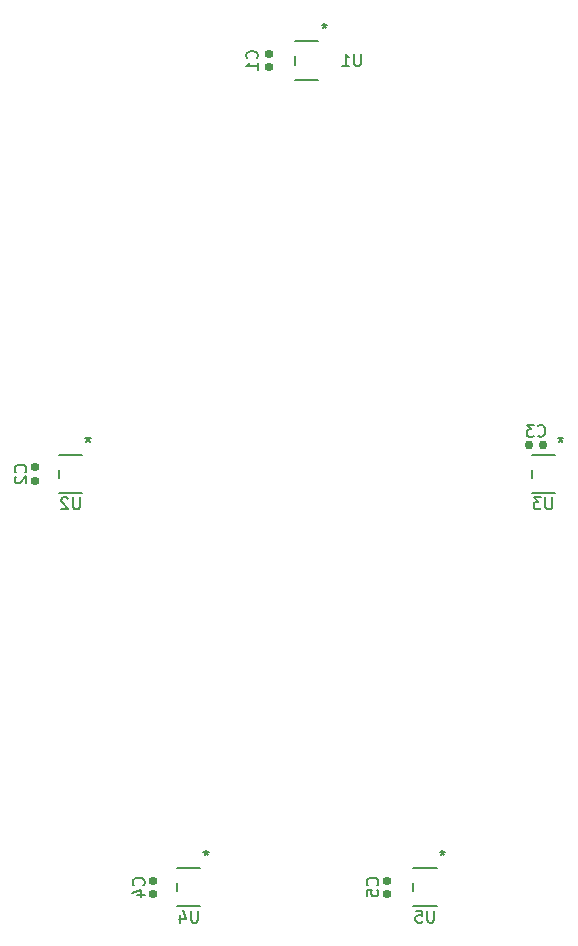
<source format=gbo>
G04 #@! TF.GenerationSoftware,KiCad,Pcbnew,7.0.7*
G04 #@! TF.CreationDate,2024-10-25T09:44:25+02:00*
G04 #@! TF.ProjectId,Benhui_Tongue,42656e68-7569-45f5-946f-6e6775652e6b,rev?*
G04 #@! TF.SameCoordinates,Original*
G04 #@! TF.FileFunction,Legend,Bot*
G04 #@! TF.FilePolarity,Positive*
%FSLAX46Y46*%
G04 Gerber Fmt 4.6, Leading zero omitted, Abs format (unit mm)*
G04 Created by KiCad (PCBNEW 7.0.7) date 2024-10-25 09:44:25*
%MOMM*%
%LPD*%
G01*
G04 APERTURE LIST*
G04 Aperture macros list*
%AMRoundRect*
0 Rectangle with rounded corners*
0 $1 Rounding radius*
0 $2 $3 $4 $5 $6 $7 $8 $9 X,Y pos of 4 corners*
0 Add a 4 corners polygon primitive as box body*
4,1,4,$2,$3,$4,$5,$6,$7,$8,$9,$2,$3,0*
0 Add four circle primitives for the rounded corners*
1,1,$1+$1,$2,$3*
1,1,$1+$1,$4,$5*
1,1,$1+$1,$6,$7*
1,1,$1+$1,$8,$9*
0 Add four rect primitives between the rounded corners*
20,1,$1+$1,$2,$3,$4,$5,0*
20,1,$1+$1,$4,$5,$6,$7,0*
20,1,$1+$1,$6,$7,$8,$9,0*
20,1,$1+$1,$8,$9,$2,$3,0*%
G04 Aperture macros list end*
%ADD10C,0.150000*%
%ADD11C,0.152400*%
%ADD12C,5.600000*%
%ADD13R,1.270000X0.508000*%
%ADD14RoundRect,0.155000X0.155000X-0.212500X0.155000X0.212500X-0.155000X0.212500X-0.155000X-0.212500X0*%
%ADD15RoundRect,0.155000X0.212500X0.155000X-0.212500X0.155000X-0.212500X-0.155000X0.212500X-0.155000X0*%
G04 APERTURE END LIST*
D10*
X109961904Y-101094819D02*
X109961904Y-101904342D01*
X109961904Y-101904342D02*
X109914285Y-101999580D01*
X109914285Y-101999580D02*
X109866666Y-102047200D01*
X109866666Y-102047200D02*
X109771428Y-102094819D01*
X109771428Y-102094819D02*
X109580952Y-102094819D01*
X109580952Y-102094819D02*
X109485714Y-102047200D01*
X109485714Y-102047200D02*
X109438095Y-101999580D01*
X109438095Y-101999580D02*
X109390476Y-101904342D01*
X109390476Y-101904342D02*
X109390476Y-101094819D01*
X108485714Y-101428152D02*
X108485714Y-102094819D01*
X108723809Y-101047200D02*
X108961904Y-101761485D01*
X108961904Y-101761485D02*
X108342857Y-101761485D01*
X110673199Y-95953819D02*
X110673199Y-96191914D01*
X110911294Y-96096676D02*
X110673199Y-96191914D01*
X110673199Y-96191914D02*
X110435104Y-96096676D01*
X110816056Y-96382390D02*
X110673199Y-96191914D01*
X110673199Y-96191914D02*
X110530342Y-96382390D01*
X125159580Y-98933333D02*
X125207200Y-98885714D01*
X125207200Y-98885714D02*
X125254819Y-98742857D01*
X125254819Y-98742857D02*
X125254819Y-98647619D01*
X125254819Y-98647619D02*
X125207200Y-98504762D01*
X125207200Y-98504762D02*
X125111961Y-98409524D01*
X125111961Y-98409524D02*
X125016723Y-98361905D01*
X125016723Y-98361905D02*
X124826247Y-98314286D01*
X124826247Y-98314286D02*
X124683390Y-98314286D01*
X124683390Y-98314286D02*
X124492914Y-98361905D01*
X124492914Y-98361905D02*
X124397676Y-98409524D01*
X124397676Y-98409524D02*
X124302438Y-98504762D01*
X124302438Y-98504762D02*
X124254819Y-98647619D01*
X124254819Y-98647619D02*
X124254819Y-98742857D01*
X124254819Y-98742857D02*
X124302438Y-98885714D01*
X124302438Y-98885714D02*
X124350057Y-98933333D01*
X124254819Y-99838095D02*
X124254819Y-99361905D01*
X124254819Y-99361905D02*
X124731009Y-99314286D01*
X124731009Y-99314286D02*
X124683390Y-99361905D01*
X124683390Y-99361905D02*
X124635771Y-99457143D01*
X124635771Y-99457143D02*
X124635771Y-99695238D01*
X124635771Y-99695238D02*
X124683390Y-99790476D01*
X124683390Y-99790476D02*
X124731009Y-99838095D01*
X124731009Y-99838095D02*
X124826247Y-99885714D01*
X124826247Y-99885714D02*
X125064342Y-99885714D01*
X125064342Y-99885714D02*
X125159580Y-99838095D01*
X125159580Y-99838095D02*
X125207200Y-99790476D01*
X125207200Y-99790476D02*
X125254819Y-99695238D01*
X125254819Y-99695238D02*
X125254819Y-99457143D01*
X125254819Y-99457143D02*
X125207200Y-99361905D01*
X125207200Y-99361905D02*
X125159580Y-99314286D01*
X123761904Y-28554819D02*
X123761904Y-29364342D01*
X123761904Y-29364342D02*
X123714285Y-29459580D01*
X123714285Y-29459580D02*
X123666666Y-29507200D01*
X123666666Y-29507200D02*
X123571428Y-29554819D01*
X123571428Y-29554819D02*
X123380952Y-29554819D01*
X123380952Y-29554819D02*
X123285714Y-29507200D01*
X123285714Y-29507200D02*
X123238095Y-29459580D01*
X123238095Y-29459580D02*
X123190476Y-29364342D01*
X123190476Y-29364342D02*
X123190476Y-28554819D01*
X122190476Y-29554819D02*
X122761904Y-29554819D01*
X122476190Y-29554819D02*
X122476190Y-28554819D01*
X122476190Y-28554819D02*
X122571428Y-28697676D01*
X122571428Y-28697676D02*
X122666666Y-28792914D01*
X122666666Y-28792914D02*
X122761904Y-28840533D01*
X120673199Y-25953819D02*
X120673199Y-26191914D01*
X120911294Y-26096676D02*
X120673199Y-26191914D01*
X120673199Y-26191914D02*
X120435104Y-26096676D01*
X120816056Y-26382390D02*
X120673199Y-26191914D01*
X120673199Y-26191914D02*
X120530342Y-26382390D01*
X99961904Y-66094819D02*
X99961904Y-66904342D01*
X99961904Y-66904342D02*
X99914285Y-66999580D01*
X99914285Y-66999580D02*
X99866666Y-67047200D01*
X99866666Y-67047200D02*
X99771428Y-67094819D01*
X99771428Y-67094819D02*
X99580952Y-67094819D01*
X99580952Y-67094819D02*
X99485714Y-67047200D01*
X99485714Y-67047200D02*
X99438095Y-66999580D01*
X99438095Y-66999580D02*
X99390476Y-66904342D01*
X99390476Y-66904342D02*
X99390476Y-66094819D01*
X98961904Y-66190057D02*
X98914285Y-66142438D01*
X98914285Y-66142438D02*
X98819047Y-66094819D01*
X98819047Y-66094819D02*
X98580952Y-66094819D01*
X98580952Y-66094819D02*
X98485714Y-66142438D01*
X98485714Y-66142438D02*
X98438095Y-66190057D01*
X98438095Y-66190057D02*
X98390476Y-66285295D01*
X98390476Y-66285295D02*
X98390476Y-66380533D01*
X98390476Y-66380533D02*
X98438095Y-66523390D01*
X98438095Y-66523390D02*
X99009523Y-67094819D01*
X99009523Y-67094819D02*
X98390476Y-67094819D01*
X100673199Y-60953819D02*
X100673199Y-61191914D01*
X100911294Y-61096676D02*
X100673199Y-61191914D01*
X100673199Y-61191914D02*
X100435104Y-61096676D01*
X100816056Y-61382390D02*
X100673199Y-61191914D01*
X100673199Y-61191914D02*
X100530342Y-61382390D01*
X114959580Y-28933333D02*
X115007200Y-28885714D01*
X115007200Y-28885714D02*
X115054819Y-28742857D01*
X115054819Y-28742857D02*
X115054819Y-28647619D01*
X115054819Y-28647619D02*
X115007200Y-28504762D01*
X115007200Y-28504762D02*
X114911961Y-28409524D01*
X114911961Y-28409524D02*
X114816723Y-28361905D01*
X114816723Y-28361905D02*
X114626247Y-28314286D01*
X114626247Y-28314286D02*
X114483390Y-28314286D01*
X114483390Y-28314286D02*
X114292914Y-28361905D01*
X114292914Y-28361905D02*
X114197676Y-28409524D01*
X114197676Y-28409524D02*
X114102438Y-28504762D01*
X114102438Y-28504762D02*
X114054819Y-28647619D01*
X114054819Y-28647619D02*
X114054819Y-28742857D01*
X114054819Y-28742857D02*
X114102438Y-28885714D01*
X114102438Y-28885714D02*
X114150057Y-28933333D01*
X115054819Y-29885714D02*
X115054819Y-29314286D01*
X115054819Y-29600000D02*
X114054819Y-29600000D01*
X114054819Y-29600000D02*
X114197676Y-29504762D01*
X114197676Y-29504762D02*
X114292914Y-29409524D01*
X114292914Y-29409524D02*
X114340533Y-29314286D01*
X129961904Y-101094819D02*
X129961904Y-101904342D01*
X129961904Y-101904342D02*
X129914285Y-101999580D01*
X129914285Y-101999580D02*
X129866666Y-102047200D01*
X129866666Y-102047200D02*
X129771428Y-102094819D01*
X129771428Y-102094819D02*
X129580952Y-102094819D01*
X129580952Y-102094819D02*
X129485714Y-102047200D01*
X129485714Y-102047200D02*
X129438095Y-101999580D01*
X129438095Y-101999580D02*
X129390476Y-101904342D01*
X129390476Y-101904342D02*
X129390476Y-101094819D01*
X128438095Y-101094819D02*
X128914285Y-101094819D01*
X128914285Y-101094819D02*
X128961904Y-101571009D01*
X128961904Y-101571009D02*
X128914285Y-101523390D01*
X128914285Y-101523390D02*
X128819047Y-101475771D01*
X128819047Y-101475771D02*
X128580952Y-101475771D01*
X128580952Y-101475771D02*
X128485714Y-101523390D01*
X128485714Y-101523390D02*
X128438095Y-101571009D01*
X128438095Y-101571009D02*
X128390476Y-101666247D01*
X128390476Y-101666247D02*
X128390476Y-101904342D01*
X128390476Y-101904342D02*
X128438095Y-101999580D01*
X128438095Y-101999580D02*
X128485714Y-102047200D01*
X128485714Y-102047200D02*
X128580952Y-102094819D01*
X128580952Y-102094819D02*
X128819047Y-102094819D01*
X128819047Y-102094819D02*
X128914285Y-102047200D01*
X128914285Y-102047200D02*
X128961904Y-101999580D01*
X130673199Y-95953819D02*
X130673199Y-96191914D01*
X130911294Y-96096676D02*
X130673199Y-96191914D01*
X130673199Y-96191914D02*
X130435104Y-96096676D01*
X130816056Y-96382390D02*
X130673199Y-96191914D01*
X130673199Y-96191914D02*
X130530342Y-96382390D01*
X139961904Y-66094819D02*
X139961904Y-66904342D01*
X139961904Y-66904342D02*
X139914285Y-66999580D01*
X139914285Y-66999580D02*
X139866666Y-67047200D01*
X139866666Y-67047200D02*
X139771428Y-67094819D01*
X139771428Y-67094819D02*
X139580952Y-67094819D01*
X139580952Y-67094819D02*
X139485714Y-67047200D01*
X139485714Y-67047200D02*
X139438095Y-66999580D01*
X139438095Y-66999580D02*
X139390476Y-66904342D01*
X139390476Y-66904342D02*
X139390476Y-66094819D01*
X139009523Y-66094819D02*
X138390476Y-66094819D01*
X138390476Y-66094819D02*
X138723809Y-66475771D01*
X138723809Y-66475771D02*
X138580952Y-66475771D01*
X138580952Y-66475771D02*
X138485714Y-66523390D01*
X138485714Y-66523390D02*
X138438095Y-66571009D01*
X138438095Y-66571009D02*
X138390476Y-66666247D01*
X138390476Y-66666247D02*
X138390476Y-66904342D01*
X138390476Y-66904342D02*
X138438095Y-66999580D01*
X138438095Y-66999580D02*
X138485714Y-67047200D01*
X138485714Y-67047200D02*
X138580952Y-67094819D01*
X138580952Y-67094819D02*
X138866666Y-67094819D01*
X138866666Y-67094819D02*
X138961904Y-67047200D01*
X138961904Y-67047200D02*
X139009523Y-66999580D01*
X140673199Y-60953819D02*
X140673199Y-61191914D01*
X140911294Y-61096676D02*
X140673199Y-61191914D01*
X140673199Y-61191914D02*
X140435104Y-61096676D01*
X140816056Y-61382390D02*
X140673199Y-61191914D01*
X140673199Y-61191914D02*
X140530342Y-61382390D01*
X138766666Y-60859580D02*
X138814285Y-60907200D01*
X138814285Y-60907200D02*
X138957142Y-60954819D01*
X138957142Y-60954819D02*
X139052380Y-60954819D01*
X139052380Y-60954819D02*
X139195237Y-60907200D01*
X139195237Y-60907200D02*
X139290475Y-60811961D01*
X139290475Y-60811961D02*
X139338094Y-60716723D01*
X139338094Y-60716723D02*
X139385713Y-60526247D01*
X139385713Y-60526247D02*
X139385713Y-60383390D01*
X139385713Y-60383390D02*
X139338094Y-60192914D01*
X139338094Y-60192914D02*
X139290475Y-60097676D01*
X139290475Y-60097676D02*
X139195237Y-60002438D01*
X139195237Y-60002438D02*
X139052380Y-59954819D01*
X139052380Y-59954819D02*
X138957142Y-59954819D01*
X138957142Y-59954819D02*
X138814285Y-60002438D01*
X138814285Y-60002438D02*
X138766666Y-60050057D01*
X138433332Y-59954819D02*
X137814285Y-59954819D01*
X137814285Y-59954819D02*
X138147618Y-60335771D01*
X138147618Y-60335771D02*
X138004761Y-60335771D01*
X138004761Y-60335771D02*
X137909523Y-60383390D01*
X137909523Y-60383390D02*
X137861904Y-60431009D01*
X137861904Y-60431009D02*
X137814285Y-60526247D01*
X137814285Y-60526247D02*
X137814285Y-60764342D01*
X137814285Y-60764342D02*
X137861904Y-60859580D01*
X137861904Y-60859580D02*
X137909523Y-60907200D01*
X137909523Y-60907200D02*
X138004761Y-60954819D01*
X138004761Y-60954819D02*
X138290475Y-60954819D01*
X138290475Y-60954819D02*
X138385713Y-60907200D01*
X138385713Y-60907200D02*
X138433332Y-60859580D01*
X95359580Y-63965833D02*
X95407200Y-63918214D01*
X95407200Y-63918214D02*
X95454819Y-63775357D01*
X95454819Y-63775357D02*
X95454819Y-63680119D01*
X95454819Y-63680119D02*
X95407200Y-63537262D01*
X95407200Y-63537262D02*
X95311961Y-63442024D01*
X95311961Y-63442024D02*
X95216723Y-63394405D01*
X95216723Y-63394405D02*
X95026247Y-63346786D01*
X95026247Y-63346786D02*
X94883390Y-63346786D01*
X94883390Y-63346786D02*
X94692914Y-63394405D01*
X94692914Y-63394405D02*
X94597676Y-63442024D01*
X94597676Y-63442024D02*
X94502438Y-63537262D01*
X94502438Y-63537262D02*
X94454819Y-63680119D01*
X94454819Y-63680119D02*
X94454819Y-63775357D01*
X94454819Y-63775357D02*
X94502438Y-63918214D01*
X94502438Y-63918214D02*
X94550057Y-63965833D01*
X94550057Y-64346786D02*
X94502438Y-64394405D01*
X94502438Y-64394405D02*
X94454819Y-64489643D01*
X94454819Y-64489643D02*
X94454819Y-64727738D01*
X94454819Y-64727738D02*
X94502438Y-64822976D01*
X94502438Y-64822976D02*
X94550057Y-64870595D01*
X94550057Y-64870595D02*
X94645295Y-64918214D01*
X94645295Y-64918214D02*
X94740533Y-64918214D01*
X94740533Y-64918214D02*
X94883390Y-64870595D01*
X94883390Y-64870595D02*
X95454819Y-64299167D01*
X95454819Y-64299167D02*
X95454819Y-64918214D01*
X105359580Y-98933333D02*
X105407200Y-98885714D01*
X105407200Y-98885714D02*
X105454819Y-98742857D01*
X105454819Y-98742857D02*
X105454819Y-98647619D01*
X105454819Y-98647619D02*
X105407200Y-98504762D01*
X105407200Y-98504762D02*
X105311961Y-98409524D01*
X105311961Y-98409524D02*
X105216723Y-98361905D01*
X105216723Y-98361905D02*
X105026247Y-98314286D01*
X105026247Y-98314286D02*
X104883390Y-98314286D01*
X104883390Y-98314286D02*
X104692914Y-98361905D01*
X104692914Y-98361905D02*
X104597676Y-98409524D01*
X104597676Y-98409524D02*
X104502438Y-98504762D01*
X104502438Y-98504762D02*
X104454819Y-98647619D01*
X104454819Y-98647619D02*
X104454819Y-98742857D01*
X104454819Y-98742857D02*
X104502438Y-98885714D01*
X104502438Y-98885714D02*
X104550057Y-98933333D01*
X104788152Y-99790476D02*
X105454819Y-99790476D01*
X104407200Y-99552381D02*
X105121485Y-99314286D01*
X105121485Y-99314286D02*
X105121485Y-99933333D01*
D11*
X110177900Y-100725600D02*
X108222100Y-100725600D01*
X108222100Y-99463261D02*
X108222100Y-98736739D01*
X108222100Y-97474400D02*
X110177900Y-97474400D01*
X120177900Y-30725600D02*
X118222100Y-30725600D01*
X118222100Y-29463261D02*
X118222100Y-28736739D01*
X118222100Y-27474400D02*
X120177900Y-27474400D01*
X100177900Y-65725600D02*
X98222100Y-65725600D01*
X98222100Y-64463261D02*
X98222100Y-63736739D01*
X98222100Y-62474400D02*
X100177900Y-62474400D01*
X130177900Y-100725600D02*
X128222100Y-100725600D01*
X128222100Y-99463261D02*
X128222100Y-98736739D01*
X128222100Y-97474400D02*
X130177900Y-97474400D01*
X140177900Y-65725600D02*
X138222100Y-65725600D01*
X138222100Y-64463261D02*
X138222100Y-63736739D01*
X138222100Y-62474400D02*
X140177900Y-62474400D01*
%LPC*%
D12*
X109200000Y-116600000D03*
X129200000Y-116600000D03*
D13*
X110419200Y-98149999D03*
X110419200Y-99100000D03*
X110419200Y-100050001D03*
X107980800Y-100050001D03*
X107980800Y-98149999D03*
D14*
X126000000Y-99667500D03*
X126000000Y-98532500D03*
D13*
X120419200Y-28149999D03*
X120419200Y-29100000D03*
X120419200Y-30050001D03*
X117980800Y-30050001D03*
X117980800Y-28149999D03*
X100419200Y-63149999D03*
X100419200Y-64100000D03*
X100419200Y-65050001D03*
X97980800Y-65050001D03*
X97980800Y-63149999D03*
D14*
X116000000Y-29667500D03*
X116000000Y-28532500D03*
D13*
X130419200Y-98149999D03*
X130419200Y-99100000D03*
X130419200Y-100050001D03*
X127980800Y-100050001D03*
X127980800Y-98149999D03*
X140419200Y-63149999D03*
X140419200Y-64100000D03*
X140419200Y-65050001D03*
X137980800Y-65050001D03*
X137980800Y-63149999D03*
D15*
X139167500Y-61700000D03*
X138032500Y-61700000D03*
D14*
X96200000Y-64667500D03*
X96200000Y-63532500D03*
X106200000Y-99667500D03*
X106200000Y-98532500D03*
%LPD*%
M02*

</source>
